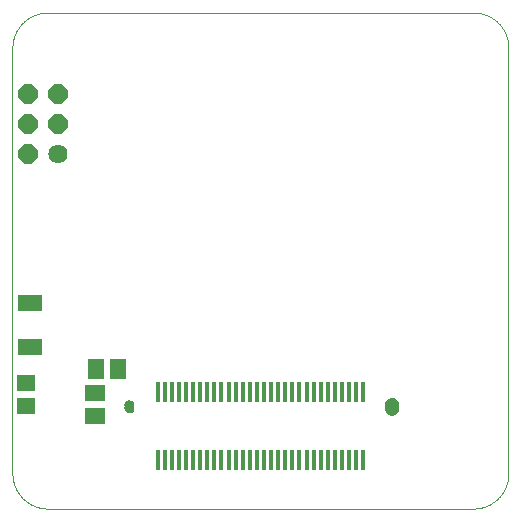
<source format=gbs>
G75*
%MOIN*%
%OFA0B0*%
%FSLAX25Y25*%
%IPPOS*%
%LPD*%
%AMOC8*
5,1,8,0,0,1.08239X$1,22.5*
%
%ADD10C,0.00000*%
%ADD11R,0.01778X0.07093*%
%ADD12C,0.04731*%
%ADD13C,0.03156*%
%ADD14C,0.06400*%
%ADD15OC8,0.06400*%
%ADD16R,0.06306X0.05518*%
%ADD17R,0.08274X0.05518*%
%ADD18R,0.05518X0.06699*%
%ADD19R,0.06699X0.05518*%
D10*
X0014499Y0018636D02*
X0156231Y0018636D01*
X0156516Y0018639D01*
X0156802Y0018650D01*
X0157087Y0018667D01*
X0157371Y0018691D01*
X0157655Y0018722D01*
X0157938Y0018760D01*
X0158219Y0018805D01*
X0158500Y0018856D01*
X0158780Y0018914D01*
X0159058Y0018979D01*
X0159334Y0019051D01*
X0159608Y0019129D01*
X0159881Y0019214D01*
X0160151Y0019306D01*
X0160419Y0019404D01*
X0160685Y0019508D01*
X0160948Y0019619D01*
X0161208Y0019736D01*
X0161466Y0019859D01*
X0161720Y0019989D01*
X0161971Y0020125D01*
X0162219Y0020266D01*
X0162463Y0020414D01*
X0162704Y0020567D01*
X0162940Y0020727D01*
X0163173Y0020892D01*
X0163402Y0021062D01*
X0163627Y0021238D01*
X0163847Y0021420D01*
X0164063Y0021606D01*
X0164274Y0021798D01*
X0164481Y0021995D01*
X0164683Y0022197D01*
X0164880Y0022404D01*
X0165072Y0022615D01*
X0165258Y0022831D01*
X0165440Y0023051D01*
X0165616Y0023276D01*
X0165786Y0023505D01*
X0165951Y0023738D01*
X0166111Y0023974D01*
X0166264Y0024215D01*
X0166412Y0024459D01*
X0166553Y0024707D01*
X0166689Y0024958D01*
X0166819Y0025212D01*
X0166942Y0025470D01*
X0167059Y0025730D01*
X0167170Y0025993D01*
X0167274Y0026259D01*
X0167372Y0026527D01*
X0167464Y0026797D01*
X0167549Y0027070D01*
X0167627Y0027344D01*
X0167699Y0027620D01*
X0167764Y0027898D01*
X0167822Y0028178D01*
X0167873Y0028459D01*
X0167918Y0028740D01*
X0167956Y0029023D01*
X0167987Y0029307D01*
X0168011Y0029591D01*
X0168028Y0029876D01*
X0168039Y0030162D01*
X0168042Y0030447D01*
X0168042Y0172179D01*
X0168039Y0172464D01*
X0168028Y0172750D01*
X0168011Y0173035D01*
X0167987Y0173319D01*
X0167956Y0173603D01*
X0167918Y0173886D01*
X0167873Y0174167D01*
X0167822Y0174448D01*
X0167764Y0174728D01*
X0167699Y0175006D01*
X0167627Y0175282D01*
X0167549Y0175556D01*
X0167464Y0175829D01*
X0167372Y0176099D01*
X0167274Y0176367D01*
X0167170Y0176633D01*
X0167059Y0176896D01*
X0166942Y0177156D01*
X0166819Y0177414D01*
X0166689Y0177668D01*
X0166553Y0177919D01*
X0166412Y0178167D01*
X0166264Y0178411D01*
X0166111Y0178652D01*
X0165951Y0178888D01*
X0165786Y0179121D01*
X0165616Y0179350D01*
X0165440Y0179575D01*
X0165258Y0179795D01*
X0165072Y0180011D01*
X0164880Y0180222D01*
X0164683Y0180429D01*
X0164481Y0180631D01*
X0164274Y0180828D01*
X0164063Y0181020D01*
X0163847Y0181206D01*
X0163627Y0181388D01*
X0163402Y0181564D01*
X0163173Y0181734D01*
X0162940Y0181899D01*
X0162704Y0182059D01*
X0162463Y0182212D01*
X0162219Y0182360D01*
X0161971Y0182501D01*
X0161720Y0182637D01*
X0161466Y0182767D01*
X0161208Y0182890D01*
X0160948Y0183007D01*
X0160685Y0183118D01*
X0160419Y0183222D01*
X0160151Y0183320D01*
X0159881Y0183412D01*
X0159608Y0183497D01*
X0159334Y0183575D01*
X0159058Y0183647D01*
X0158780Y0183712D01*
X0158500Y0183770D01*
X0158219Y0183821D01*
X0157938Y0183866D01*
X0157655Y0183904D01*
X0157371Y0183935D01*
X0157087Y0183959D01*
X0156802Y0183976D01*
X0156516Y0183987D01*
X0156231Y0183990D01*
X0014499Y0183990D01*
X0014214Y0183987D01*
X0013928Y0183976D01*
X0013643Y0183959D01*
X0013359Y0183935D01*
X0013075Y0183904D01*
X0012792Y0183866D01*
X0012511Y0183821D01*
X0012230Y0183770D01*
X0011950Y0183712D01*
X0011672Y0183647D01*
X0011396Y0183575D01*
X0011122Y0183497D01*
X0010849Y0183412D01*
X0010579Y0183320D01*
X0010311Y0183222D01*
X0010045Y0183118D01*
X0009782Y0183007D01*
X0009522Y0182890D01*
X0009264Y0182767D01*
X0009010Y0182637D01*
X0008759Y0182501D01*
X0008511Y0182360D01*
X0008267Y0182212D01*
X0008026Y0182059D01*
X0007790Y0181899D01*
X0007557Y0181734D01*
X0007328Y0181564D01*
X0007103Y0181388D01*
X0006883Y0181206D01*
X0006667Y0181020D01*
X0006456Y0180828D01*
X0006249Y0180631D01*
X0006047Y0180429D01*
X0005850Y0180222D01*
X0005658Y0180011D01*
X0005472Y0179795D01*
X0005290Y0179575D01*
X0005114Y0179350D01*
X0004944Y0179121D01*
X0004779Y0178888D01*
X0004619Y0178652D01*
X0004466Y0178411D01*
X0004318Y0178167D01*
X0004177Y0177919D01*
X0004041Y0177668D01*
X0003911Y0177414D01*
X0003788Y0177156D01*
X0003671Y0176896D01*
X0003560Y0176633D01*
X0003456Y0176367D01*
X0003358Y0176099D01*
X0003266Y0175829D01*
X0003181Y0175556D01*
X0003103Y0175282D01*
X0003031Y0175006D01*
X0002966Y0174728D01*
X0002908Y0174448D01*
X0002857Y0174167D01*
X0002812Y0173886D01*
X0002774Y0173603D01*
X0002743Y0173319D01*
X0002719Y0173035D01*
X0002702Y0172750D01*
X0002691Y0172464D01*
X0002688Y0172179D01*
X0002688Y0030447D01*
X0002691Y0030162D01*
X0002702Y0029876D01*
X0002719Y0029591D01*
X0002743Y0029307D01*
X0002774Y0029023D01*
X0002812Y0028740D01*
X0002857Y0028459D01*
X0002908Y0028178D01*
X0002966Y0027898D01*
X0003031Y0027620D01*
X0003103Y0027344D01*
X0003181Y0027070D01*
X0003266Y0026797D01*
X0003358Y0026527D01*
X0003456Y0026259D01*
X0003560Y0025993D01*
X0003671Y0025730D01*
X0003788Y0025470D01*
X0003911Y0025212D01*
X0004041Y0024958D01*
X0004177Y0024707D01*
X0004318Y0024459D01*
X0004466Y0024215D01*
X0004619Y0023974D01*
X0004779Y0023738D01*
X0004944Y0023505D01*
X0005114Y0023276D01*
X0005290Y0023051D01*
X0005472Y0022831D01*
X0005658Y0022615D01*
X0005850Y0022404D01*
X0006047Y0022197D01*
X0006249Y0021995D01*
X0006456Y0021798D01*
X0006667Y0021606D01*
X0006883Y0021420D01*
X0007103Y0021238D01*
X0007328Y0021062D01*
X0007557Y0020892D01*
X0007790Y0020727D01*
X0008026Y0020567D01*
X0008267Y0020414D01*
X0008511Y0020266D01*
X0008759Y0020125D01*
X0009010Y0019989D01*
X0009264Y0019859D01*
X0009522Y0019736D01*
X0009782Y0019619D01*
X0010045Y0019508D01*
X0010311Y0019404D01*
X0010579Y0019306D01*
X0010849Y0019214D01*
X0011122Y0019129D01*
X0011396Y0019051D01*
X0011672Y0018979D01*
X0011950Y0018914D01*
X0012230Y0018856D01*
X0012511Y0018805D01*
X0012792Y0018760D01*
X0013075Y0018722D01*
X0013359Y0018691D01*
X0013643Y0018667D01*
X0013928Y0018650D01*
X0014214Y0018639D01*
X0014499Y0018636D01*
X0040286Y0052100D02*
X0040288Y0052174D01*
X0040294Y0052248D01*
X0040304Y0052321D01*
X0040318Y0052394D01*
X0040335Y0052466D01*
X0040357Y0052536D01*
X0040382Y0052606D01*
X0040411Y0052674D01*
X0040444Y0052740D01*
X0040480Y0052805D01*
X0040520Y0052867D01*
X0040562Y0052928D01*
X0040608Y0052986D01*
X0040657Y0053041D01*
X0040709Y0053094D01*
X0040764Y0053144D01*
X0040821Y0053190D01*
X0040881Y0053234D01*
X0040943Y0053274D01*
X0041007Y0053311D01*
X0041073Y0053345D01*
X0041141Y0053375D01*
X0041210Y0053401D01*
X0041281Y0053424D01*
X0041352Y0053442D01*
X0041425Y0053457D01*
X0041498Y0053468D01*
X0041572Y0053475D01*
X0041646Y0053478D01*
X0041719Y0053477D01*
X0041793Y0053472D01*
X0041867Y0053463D01*
X0041940Y0053450D01*
X0042012Y0053433D01*
X0042083Y0053413D01*
X0042153Y0053388D01*
X0042221Y0053360D01*
X0042288Y0053329D01*
X0042353Y0053293D01*
X0042416Y0053255D01*
X0042477Y0053213D01*
X0042536Y0053167D01*
X0042592Y0053119D01*
X0042645Y0053068D01*
X0042695Y0053014D01*
X0042743Y0052957D01*
X0042787Y0052898D01*
X0042829Y0052836D01*
X0042867Y0052773D01*
X0042901Y0052707D01*
X0042932Y0052640D01*
X0042959Y0052571D01*
X0042982Y0052501D01*
X0043002Y0052430D01*
X0043018Y0052357D01*
X0043030Y0052284D01*
X0043038Y0052211D01*
X0043042Y0052137D01*
X0043042Y0052063D01*
X0043038Y0051989D01*
X0043030Y0051916D01*
X0043018Y0051843D01*
X0043002Y0051770D01*
X0042982Y0051699D01*
X0042959Y0051629D01*
X0042932Y0051560D01*
X0042901Y0051493D01*
X0042867Y0051427D01*
X0042829Y0051364D01*
X0042787Y0051302D01*
X0042743Y0051243D01*
X0042695Y0051186D01*
X0042645Y0051132D01*
X0042592Y0051081D01*
X0042536Y0051033D01*
X0042477Y0050987D01*
X0042416Y0050945D01*
X0042353Y0050907D01*
X0042288Y0050871D01*
X0042221Y0050840D01*
X0042153Y0050812D01*
X0042083Y0050787D01*
X0042012Y0050767D01*
X0041940Y0050750D01*
X0041867Y0050737D01*
X0041793Y0050728D01*
X0041719Y0050723D01*
X0041646Y0050722D01*
X0041572Y0050725D01*
X0041498Y0050732D01*
X0041425Y0050743D01*
X0041352Y0050758D01*
X0041281Y0050776D01*
X0041210Y0050799D01*
X0041141Y0050825D01*
X0041073Y0050855D01*
X0041007Y0050889D01*
X0040943Y0050926D01*
X0040881Y0050966D01*
X0040821Y0051010D01*
X0040764Y0051056D01*
X0040709Y0051106D01*
X0040657Y0051159D01*
X0040608Y0051214D01*
X0040562Y0051272D01*
X0040520Y0051333D01*
X0040480Y0051395D01*
X0040444Y0051460D01*
X0040411Y0051526D01*
X0040382Y0051594D01*
X0040357Y0051664D01*
X0040335Y0051734D01*
X0040318Y0051806D01*
X0040304Y0051879D01*
X0040294Y0051952D01*
X0040288Y0052026D01*
X0040286Y0052100D01*
X0040286Y0053281D02*
X0040288Y0053355D01*
X0040294Y0053429D01*
X0040304Y0053502D01*
X0040318Y0053575D01*
X0040335Y0053647D01*
X0040357Y0053717D01*
X0040382Y0053787D01*
X0040411Y0053855D01*
X0040444Y0053921D01*
X0040480Y0053986D01*
X0040520Y0054048D01*
X0040562Y0054109D01*
X0040608Y0054167D01*
X0040657Y0054222D01*
X0040709Y0054275D01*
X0040764Y0054325D01*
X0040821Y0054371D01*
X0040881Y0054415D01*
X0040943Y0054455D01*
X0041007Y0054492D01*
X0041073Y0054526D01*
X0041141Y0054556D01*
X0041210Y0054582D01*
X0041281Y0054605D01*
X0041352Y0054623D01*
X0041425Y0054638D01*
X0041498Y0054649D01*
X0041572Y0054656D01*
X0041646Y0054659D01*
X0041719Y0054658D01*
X0041793Y0054653D01*
X0041867Y0054644D01*
X0041940Y0054631D01*
X0042012Y0054614D01*
X0042083Y0054594D01*
X0042153Y0054569D01*
X0042221Y0054541D01*
X0042288Y0054510D01*
X0042353Y0054474D01*
X0042416Y0054436D01*
X0042477Y0054394D01*
X0042536Y0054348D01*
X0042592Y0054300D01*
X0042645Y0054249D01*
X0042695Y0054195D01*
X0042743Y0054138D01*
X0042787Y0054079D01*
X0042829Y0054017D01*
X0042867Y0053954D01*
X0042901Y0053888D01*
X0042932Y0053821D01*
X0042959Y0053752D01*
X0042982Y0053682D01*
X0043002Y0053611D01*
X0043018Y0053538D01*
X0043030Y0053465D01*
X0043038Y0053392D01*
X0043042Y0053318D01*
X0043042Y0053244D01*
X0043038Y0053170D01*
X0043030Y0053097D01*
X0043018Y0053024D01*
X0043002Y0052951D01*
X0042982Y0052880D01*
X0042959Y0052810D01*
X0042932Y0052741D01*
X0042901Y0052674D01*
X0042867Y0052608D01*
X0042829Y0052545D01*
X0042787Y0052483D01*
X0042743Y0052424D01*
X0042695Y0052367D01*
X0042645Y0052313D01*
X0042592Y0052262D01*
X0042536Y0052214D01*
X0042477Y0052168D01*
X0042416Y0052126D01*
X0042353Y0052088D01*
X0042288Y0052052D01*
X0042221Y0052021D01*
X0042153Y0051993D01*
X0042083Y0051968D01*
X0042012Y0051948D01*
X0041940Y0051931D01*
X0041867Y0051918D01*
X0041793Y0051909D01*
X0041719Y0051904D01*
X0041646Y0051903D01*
X0041572Y0051906D01*
X0041498Y0051913D01*
X0041425Y0051924D01*
X0041352Y0051939D01*
X0041281Y0051957D01*
X0041210Y0051980D01*
X0041141Y0052006D01*
X0041073Y0052036D01*
X0041007Y0052070D01*
X0040943Y0052107D01*
X0040881Y0052147D01*
X0040821Y0052191D01*
X0040764Y0052237D01*
X0040709Y0052287D01*
X0040657Y0052340D01*
X0040608Y0052395D01*
X0040562Y0052453D01*
X0040520Y0052514D01*
X0040480Y0052576D01*
X0040444Y0052641D01*
X0040411Y0052707D01*
X0040382Y0052775D01*
X0040357Y0052845D01*
X0040335Y0052915D01*
X0040318Y0052987D01*
X0040304Y0053060D01*
X0040294Y0053133D01*
X0040288Y0053207D01*
X0040286Y0053281D01*
X0126901Y0053281D02*
X0126903Y0053374D01*
X0126909Y0053466D01*
X0126919Y0053558D01*
X0126933Y0053649D01*
X0126950Y0053740D01*
X0126972Y0053830D01*
X0126997Y0053919D01*
X0127026Y0054007D01*
X0127059Y0054093D01*
X0127096Y0054178D01*
X0127136Y0054262D01*
X0127180Y0054343D01*
X0127227Y0054423D01*
X0127277Y0054501D01*
X0127331Y0054576D01*
X0127388Y0054649D01*
X0127448Y0054719D01*
X0127511Y0054787D01*
X0127577Y0054852D01*
X0127645Y0054914D01*
X0127716Y0054974D01*
X0127790Y0055030D01*
X0127866Y0055083D01*
X0127944Y0055132D01*
X0128024Y0055179D01*
X0128106Y0055221D01*
X0128190Y0055261D01*
X0128275Y0055296D01*
X0128362Y0055328D01*
X0128450Y0055357D01*
X0128539Y0055381D01*
X0128629Y0055402D01*
X0128720Y0055418D01*
X0128812Y0055431D01*
X0128904Y0055440D01*
X0128997Y0055445D01*
X0129089Y0055446D01*
X0129182Y0055443D01*
X0129274Y0055436D01*
X0129366Y0055425D01*
X0129457Y0055410D01*
X0129548Y0055392D01*
X0129638Y0055369D01*
X0129726Y0055343D01*
X0129814Y0055313D01*
X0129900Y0055279D01*
X0129984Y0055242D01*
X0130067Y0055200D01*
X0130148Y0055156D01*
X0130228Y0055108D01*
X0130305Y0055057D01*
X0130379Y0055002D01*
X0130452Y0054944D01*
X0130522Y0054884D01*
X0130589Y0054820D01*
X0130653Y0054754D01*
X0130715Y0054684D01*
X0130773Y0054613D01*
X0130828Y0054539D01*
X0130880Y0054462D01*
X0130929Y0054383D01*
X0130975Y0054303D01*
X0131017Y0054220D01*
X0131055Y0054136D01*
X0131090Y0054050D01*
X0131121Y0053963D01*
X0131148Y0053875D01*
X0131171Y0053785D01*
X0131191Y0053695D01*
X0131207Y0053604D01*
X0131219Y0053512D01*
X0131227Y0053420D01*
X0131231Y0053327D01*
X0131231Y0053235D01*
X0131227Y0053142D01*
X0131219Y0053050D01*
X0131207Y0052958D01*
X0131191Y0052867D01*
X0131171Y0052777D01*
X0131148Y0052687D01*
X0131121Y0052599D01*
X0131090Y0052512D01*
X0131055Y0052426D01*
X0131017Y0052342D01*
X0130975Y0052259D01*
X0130929Y0052179D01*
X0130880Y0052100D01*
X0130828Y0052023D01*
X0130773Y0051949D01*
X0130715Y0051878D01*
X0130653Y0051808D01*
X0130589Y0051742D01*
X0130522Y0051678D01*
X0130452Y0051618D01*
X0130379Y0051560D01*
X0130305Y0051505D01*
X0130228Y0051454D01*
X0130149Y0051406D01*
X0130067Y0051362D01*
X0129984Y0051320D01*
X0129900Y0051283D01*
X0129814Y0051249D01*
X0129726Y0051219D01*
X0129638Y0051193D01*
X0129548Y0051170D01*
X0129457Y0051152D01*
X0129366Y0051137D01*
X0129274Y0051126D01*
X0129182Y0051119D01*
X0129089Y0051116D01*
X0128997Y0051117D01*
X0128904Y0051122D01*
X0128812Y0051131D01*
X0128720Y0051144D01*
X0128629Y0051160D01*
X0128539Y0051181D01*
X0128450Y0051205D01*
X0128362Y0051234D01*
X0128275Y0051266D01*
X0128190Y0051301D01*
X0128106Y0051341D01*
X0128024Y0051383D01*
X0127944Y0051430D01*
X0127866Y0051479D01*
X0127790Y0051532D01*
X0127716Y0051588D01*
X0127645Y0051648D01*
X0127577Y0051710D01*
X0127511Y0051775D01*
X0127448Y0051843D01*
X0127388Y0051913D01*
X0127331Y0051986D01*
X0127277Y0052061D01*
X0127227Y0052139D01*
X0127180Y0052219D01*
X0127136Y0052300D01*
X0127096Y0052384D01*
X0127059Y0052469D01*
X0127026Y0052555D01*
X0126997Y0052643D01*
X0126972Y0052732D01*
X0126950Y0052822D01*
X0126933Y0052913D01*
X0126919Y0053004D01*
X0126909Y0053096D01*
X0126903Y0053188D01*
X0126901Y0053281D01*
X0126901Y0052100D02*
X0126903Y0052193D01*
X0126909Y0052285D01*
X0126919Y0052377D01*
X0126933Y0052468D01*
X0126950Y0052559D01*
X0126972Y0052649D01*
X0126997Y0052738D01*
X0127026Y0052826D01*
X0127059Y0052912D01*
X0127096Y0052997D01*
X0127136Y0053081D01*
X0127180Y0053162D01*
X0127227Y0053242D01*
X0127277Y0053320D01*
X0127331Y0053395D01*
X0127388Y0053468D01*
X0127448Y0053538D01*
X0127511Y0053606D01*
X0127577Y0053671D01*
X0127645Y0053733D01*
X0127716Y0053793D01*
X0127790Y0053849D01*
X0127866Y0053902D01*
X0127944Y0053951D01*
X0128024Y0053998D01*
X0128106Y0054040D01*
X0128190Y0054080D01*
X0128275Y0054115D01*
X0128362Y0054147D01*
X0128450Y0054176D01*
X0128539Y0054200D01*
X0128629Y0054221D01*
X0128720Y0054237D01*
X0128812Y0054250D01*
X0128904Y0054259D01*
X0128997Y0054264D01*
X0129089Y0054265D01*
X0129182Y0054262D01*
X0129274Y0054255D01*
X0129366Y0054244D01*
X0129457Y0054229D01*
X0129548Y0054211D01*
X0129638Y0054188D01*
X0129726Y0054162D01*
X0129814Y0054132D01*
X0129900Y0054098D01*
X0129984Y0054061D01*
X0130067Y0054019D01*
X0130148Y0053975D01*
X0130228Y0053927D01*
X0130305Y0053876D01*
X0130379Y0053821D01*
X0130452Y0053763D01*
X0130522Y0053703D01*
X0130589Y0053639D01*
X0130653Y0053573D01*
X0130715Y0053503D01*
X0130773Y0053432D01*
X0130828Y0053358D01*
X0130880Y0053281D01*
X0130929Y0053202D01*
X0130975Y0053122D01*
X0131017Y0053039D01*
X0131055Y0052955D01*
X0131090Y0052869D01*
X0131121Y0052782D01*
X0131148Y0052694D01*
X0131171Y0052604D01*
X0131191Y0052514D01*
X0131207Y0052423D01*
X0131219Y0052331D01*
X0131227Y0052239D01*
X0131231Y0052146D01*
X0131231Y0052054D01*
X0131227Y0051961D01*
X0131219Y0051869D01*
X0131207Y0051777D01*
X0131191Y0051686D01*
X0131171Y0051596D01*
X0131148Y0051506D01*
X0131121Y0051418D01*
X0131090Y0051331D01*
X0131055Y0051245D01*
X0131017Y0051161D01*
X0130975Y0051078D01*
X0130929Y0050998D01*
X0130880Y0050919D01*
X0130828Y0050842D01*
X0130773Y0050768D01*
X0130715Y0050697D01*
X0130653Y0050627D01*
X0130589Y0050561D01*
X0130522Y0050497D01*
X0130452Y0050437D01*
X0130379Y0050379D01*
X0130305Y0050324D01*
X0130228Y0050273D01*
X0130149Y0050225D01*
X0130067Y0050181D01*
X0129984Y0050139D01*
X0129900Y0050102D01*
X0129814Y0050068D01*
X0129726Y0050038D01*
X0129638Y0050012D01*
X0129548Y0049989D01*
X0129457Y0049971D01*
X0129366Y0049956D01*
X0129274Y0049945D01*
X0129182Y0049938D01*
X0129089Y0049935D01*
X0128997Y0049936D01*
X0128904Y0049941D01*
X0128812Y0049950D01*
X0128720Y0049963D01*
X0128629Y0049979D01*
X0128539Y0050000D01*
X0128450Y0050024D01*
X0128362Y0050053D01*
X0128275Y0050085D01*
X0128190Y0050120D01*
X0128106Y0050160D01*
X0128024Y0050202D01*
X0127944Y0050249D01*
X0127866Y0050298D01*
X0127790Y0050351D01*
X0127716Y0050407D01*
X0127645Y0050467D01*
X0127577Y0050529D01*
X0127511Y0050594D01*
X0127448Y0050662D01*
X0127388Y0050732D01*
X0127331Y0050805D01*
X0127277Y0050880D01*
X0127227Y0050958D01*
X0127180Y0051038D01*
X0127136Y0051119D01*
X0127096Y0051203D01*
X0127059Y0051288D01*
X0127026Y0051374D01*
X0126997Y0051462D01*
X0126972Y0051551D01*
X0126950Y0051641D01*
X0126933Y0051732D01*
X0126919Y0051823D01*
X0126909Y0051915D01*
X0126903Y0052007D01*
X0126901Y0052100D01*
D11*
X0119617Y0057415D03*
X0117255Y0057415D03*
X0114893Y0057415D03*
X0112530Y0057415D03*
X0110168Y0057415D03*
X0107806Y0057415D03*
X0105444Y0057415D03*
X0103081Y0057415D03*
X0100719Y0057415D03*
X0098357Y0057415D03*
X0095995Y0057415D03*
X0093633Y0057415D03*
X0091270Y0057415D03*
X0088908Y0057415D03*
X0086546Y0057415D03*
X0084184Y0057415D03*
X0081822Y0057415D03*
X0079459Y0057415D03*
X0077097Y0057415D03*
X0074735Y0057415D03*
X0072373Y0057415D03*
X0070011Y0057415D03*
X0067648Y0057415D03*
X0065286Y0057415D03*
X0062924Y0057415D03*
X0060562Y0057415D03*
X0058200Y0057415D03*
X0055837Y0057415D03*
X0053475Y0057415D03*
X0051113Y0057415D03*
X0051113Y0034974D03*
X0053475Y0034974D03*
X0055837Y0034974D03*
X0058200Y0034974D03*
X0060562Y0034974D03*
X0062924Y0034974D03*
X0065286Y0034974D03*
X0067648Y0034974D03*
X0070011Y0034974D03*
X0072373Y0034974D03*
X0074735Y0034974D03*
X0077097Y0034974D03*
X0079459Y0034974D03*
X0081822Y0034974D03*
X0084184Y0034974D03*
X0086546Y0034974D03*
X0088908Y0034974D03*
X0091270Y0034974D03*
X0093633Y0034974D03*
X0095995Y0034974D03*
X0098357Y0034974D03*
X0100719Y0034974D03*
X0103081Y0034974D03*
X0105444Y0034974D03*
X0107806Y0034974D03*
X0110168Y0034974D03*
X0112530Y0034974D03*
X0114893Y0034974D03*
X0117255Y0034974D03*
X0119617Y0034974D03*
D12*
X0129066Y0052100D03*
X0129066Y0053281D03*
D13*
X0041664Y0053281D03*
X0041664Y0052100D03*
D14*
X0018030Y0136911D03*
D15*
X0018030Y0146911D03*
X0018030Y0156911D03*
X0008030Y0156911D03*
X0008030Y0146911D03*
X0008030Y0136911D03*
D16*
X0007137Y0060368D03*
X0007137Y0052888D03*
D17*
X0008580Y0072500D03*
X0008580Y0087067D03*
D18*
X0030444Y0065289D03*
X0037924Y0065289D03*
D19*
X0030247Y0057022D03*
X0030247Y0049541D03*
M02*

</source>
